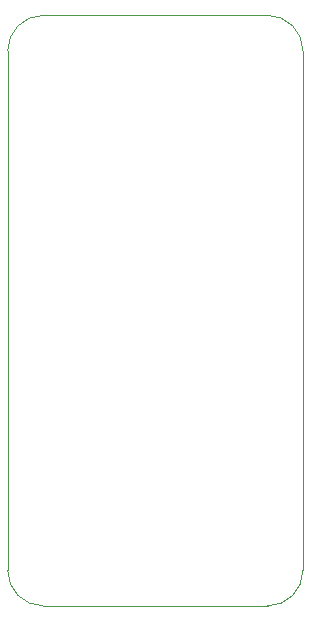
<source format=gm1>
G04 #@! TF.GenerationSoftware,KiCad,Pcbnew,6.0.0-rc1-unknown-73a0cbf~66~ubuntu18.04.1*
G04 #@! TF.CreationDate,2019-02-12T22:26:01+01:00
G04 #@! TF.ProjectId,wcube-head-pcb,77637562-652d-4686-9561-642d7063622e,rev?*
G04 #@! TF.SameCoordinates,Original*
G04 #@! TF.FileFunction,Profile,NP*
%FSLAX46Y46*%
G04 Gerber Fmt 4.6, Leading zero omitted, Abs format (unit mm)*
G04 Created by KiCad (PCBNEW 6.0.0-rc1-unknown-73a0cbf~66~ubuntu18.04.1) date 2019-02-12 22:26:01*
%MOMM*%
%LPD*%
G04 APERTURE LIST*
%ADD10C,0.050000*%
G04 APERTURE END LIST*
D10*
X165000000Y-53000000D02*
G75*
G02X168000000Y-50000000I3000000J0D01*
G01*
X168000000Y-100000000D02*
G75*
G02X165000000Y-97000000I0J3000000D01*
G01*
X190000000Y-97000000D02*
G75*
G02X187000000Y-100000000I-3000000J0D01*
G01*
X187000000Y-50000000D02*
G75*
G02X190000000Y-53000000I0J-3000000D01*
G01*
X165000000Y-97000000D02*
X165000000Y-53000000D01*
X187000000Y-100000000D02*
X168000000Y-100000000D01*
X190000000Y-53000000D02*
X190000000Y-97000000D01*
X168000000Y-50000000D02*
X187000000Y-50000000D01*
M02*

</source>
